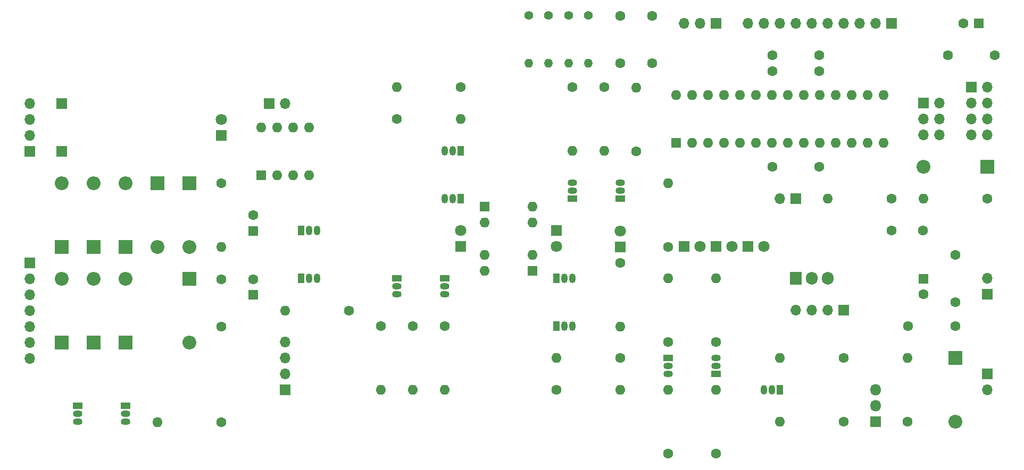
<source format=gbr>
%TF.GenerationSoftware,KiCad,Pcbnew,(7.0.0)*%
%TF.CreationDate,2023-05-24T11:09:11+02:00*%
%TF.ProjectId,Precision-Lapping-Machine,50726563-6973-4696-9f6e-2d4c61707069,rev?*%
%TF.SameCoordinates,Original*%
%TF.FileFunction,Soldermask,Bot*%
%TF.FilePolarity,Negative*%
%FSLAX46Y46*%
G04 Gerber Fmt 4.6, Leading zero omitted, Abs format (unit mm)*
G04 Created by KiCad (PCBNEW (7.0.0)) date 2023-05-24 11:09:11*
%MOMM*%
%LPD*%
G01*
G04 APERTURE LIST*
%ADD10C,1.600000*%
%ADD11O,1.600000X1.600000*%
%ADD12R,1.600000X1.600000*%
%ADD13R,1.500000X1.050000*%
%ADD14O,1.500000X1.050000*%
%ADD15R,1.700000X1.700000*%
%ADD16O,1.700000X1.700000*%
%ADD17R,1.800000X1.800000*%
%ADD18C,1.800000*%
%ADD19R,2.200000X2.200000*%
%ADD20O,2.200000X2.200000*%
%ADD21C,1.400000*%
%ADD22O,1.400000X1.400000*%
%ADD23R,1.050000X1.500000*%
%ADD24O,1.050000X1.500000*%
%ADD25O,1.800000X1.800000*%
%ADD26R,1.905000X2.000000*%
%ADD27O,1.905000X2.000000*%
G04 APERTURE END LIST*
D10*
%TO.C,R18*%
X157480000Y-91480000D03*
D11*
X157479999Y-81319999D03*
%TD*%
D10*
%TO.C,R21*%
X185420000Y-109220000D03*
D11*
X175259999Y-109219999D03*
%TD*%
D10*
%TO.C,R24*%
X149860000Y-94020000D03*
D11*
X149859999Y-104179999D03*
%TD*%
D12*
%TO.C,U2*%
X135879999Y-95254999D03*
D11*
X135879999Y-92714999D03*
X128259999Y-92714999D03*
X128259999Y-95254999D03*
%TD*%
D13*
%TO.C,Q8*%
X121919999Y-96519999D03*
D14*
X121919999Y-97789999D03*
X121919999Y-99059999D03*
%TD*%
D15*
%TO.C,J10*%
X193039999Y-55879999D03*
D16*
X190499999Y-55879999D03*
X187959999Y-55879999D03*
X185419999Y-55879999D03*
X182879999Y-55879999D03*
X180339999Y-55879999D03*
X177799999Y-55879999D03*
X175259999Y-55879999D03*
X172719999Y-55879999D03*
X170179999Y-55879999D03*
%TD*%
D15*
%TO.C,J4*%
X60959999Y-68599999D03*
%TD*%
D10*
%TO.C,C5*%
X201990000Y-60960000D03*
X209490000Y-60960000D03*
%TD*%
%TO.C,R2*%
X106680000Y-101640000D03*
D11*
X96519999Y-101639999D03*
%TD*%
D12*
%TO.C,C3*%
X91439999Y-99124887D03*
D10*
X91440000Y-96624888D03*
%TD*%
D17*
%TO.C,D14*%
X165099999Y-91439999D03*
D18*
X167640000Y-91440000D03*
%TD*%
D12*
%TO.C,J1*%
X92719999Y-80039999D03*
D11*
X95259999Y-80039999D03*
X97799999Y-80039999D03*
X100339999Y-80039999D03*
X100339999Y-72419999D03*
X97799999Y-72419999D03*
X95259999Y-72419999D03*
X92719999Y-72419999D03*
%TD*%
D10*
%TO.C,C14*%
X149860000Y-62170000D03*
X149860000Y-54670000D03*
%TD*%
D19*
%TO.C,D6*%
X81279999Y-81319999D03*
D20*
X81279999Y-91479999D03*
%TD*%
D12*
%TO.C,U1*%
X128279999Y-85084999D03*
D11*
X128279999Y-87624999D03*
X135899999Y-87624999D03*
X135899999Y-85084999D03*
%TD*%
D15*
%TO.C,J5*%
X93979999Y-68619999D03*
D16*
X96519999Y-68619999D03*
%TD*%
D15*
%TO.C,J15*%
X208279999Y-111759999D03*
D16*
X208279999Y-114299999D03*
%TD*%
D15*
%TO.C,J2*%
X60959999Y-76219999D03*
%TD*%
D21*
%TO.C,R25*%
X144780000Y-54610000D03*
D22*
X144779999Y-62229999D03*
%TD*%
D19*
%TO.C,D2*%
X66039999Y-91479999D03*
D20*
X66039999Y-81319999D03*
%TD*%
D15*
%TO.C,J12*%
X208279999Y-99059999D03*
D16*
X208279999Y-96519999D03*
%TD*%
D10*
%TO.C,R10*%
X147320000Y-66040000D03*
D11*
X147319999Y-76199999D03*
%TD*%
D15*
%TO.C,J11*%
X165099999Y-55879999D03*
D16*
X162559999Y-55879999D03*
X160019999Y-55879999D03*
%TD*%
D10*
%TO.C,R20*%
X193040000Y-83820000D03*
D11*
X182879999Y-83819999D03*
%TD*%
D10*
%TO.C,R1*%
X86360000Y-81320000D03*
D11*
X86359999Y-91479999D03*
%TD*%
D17*
%TO.C,D11*%
X124459999Y-91439999D03*
D18*
X124460000Y-88900000D03*
%TD*%
D21*
%TO.C,R26*%
X141630000Y-54610000D03*
D22*
X141629999Y-62229999D03*
%TD*%
D15*
%TO.C,J3*%
X55879999Y-76219999D03*
D16*
X55879999Y-73679999D03*
X55879999Y-71139999D03*
X55879999Y-68599999D03*
%TD*%
D23*
%TO.C,Q5*%
X124459999Y-76199999D03*
D24*
X123189999Y-76199999D03*
X121919999Y-76199999D03*
%TD*%
D10*
%TO.C,R15*%
X165100000Y-124460000D03*
D11*
X165099999Y-114299999D03*
%TD*%
D10*
%TO.C,R3*%
X86360000Y-119420000D03*
D11*
X76199999Y-119419999D03*
%TD*%
D23*
%TO.C,Q2*%
X99059999Y-96519999D03*
D24*
X100329999Y-96519999D03*
X101599999Y-96519999D03*
%TD*%
D17*
%TO.C,D7*%
X86359999Y-73699999D03*
D18*
X86360000Y-71160000D03*
%TD*%
D10*
%TO.C,C8*%
X174050000Y-60960000D03*
X181550000Y-60960000D03*
%TD*%
D19*
%TO.C,D3*%
X71119999Y-91479999D03*
D20*
X71119999Y-81319999D03*
%TD*%
D15*
%TO.C,J16*%
X205739999Y-66039999D03*
D16*
X205739999Y-68579999D03*
X205739999Y-71119999D03*
X205739999Y-73659999D03*
X208279999Y-66039999D03*
X208279999Y-68579999D03*
X208279999Y-71119999D03*
X208279999Y-73659999D03*
%TD*%
D10*
%TO.C,R9*%
X142240000Y-66040000D03*
D11*
X142239999Y-76199999D03*
%TD*%
D10*
%TO.C,R19*%
X208280000Y-83820000D03*
D11*
X198119999Y-83819999D03*
%TD*%
D13*
%TO.C,Q10*%
X149859999Y-83819999D03*
D14*
X149859999Y-82549999D03*
X149859999Y-81279999D03*
%TD*%
D10*
%TO.C,R7*%
X116840000Y-104140000D03*
D11*
X116839999Y-114299999D03*
%TD*%
D13*
%TO.C,Q13*%
X157479999Y-109219999D03*
D14*
X157479999Y-110489999D03*
X157479999Y-111759999D03*
%TD*%
D19*
%TO.C,D8*%
X60959999Y-106719999D03*
D20*
X60959999Y-96559999D03*
%TD*%
D10*
%TO.C,R12*%
X139700000Y-114300000D03*
D11*
X149859999Y-114299999D03*
%TD*%
D10*
%TO.C,C13*%
X154940000Y-62170000D03*
X154940000Y-54670000D03*
%TD*%
D19*
%TO.C,D18*%
X203199999Y-109219999D03*
D20*
X203199999Y-119379999D03*
%TD*%
D10*
%TO.C,C12*%
X198040000Y-88900000D03*
X193040000Y-88900000D03*
%TD*%
D13*
%TO.C,Q4*%
X63499999Y-116839999D03*
D14*
X63499999Y-118109999D03*
X63499999Y-119379999D03*
%TD*%
D17*
%TO.C,D12*%
X139699999Y-88899999D03*
D18*
X139700000Y-91440000D03*
%TD*%
D15*
%TO.C,J6*%
X96519999Y-114299999D03*
D16*
X96519999Y-111759999D03*
X96519999Y-109219999D03*
X96519999Y-106679999D03*
%TD*%
D17*
%TO.C,D15*%
X170179999Y-91439999D03*
D18*
X172720000Y-91440000D03*
%TD*%
D21*
%TO.C,R28*%
X135330000Y-54610000D03*
D22*
X135329999Y-62229999D03*
%TD*%
D21*
%TO.C,R27*%
X138480000Y-54610000D03*
D22*
X138479999Y-62229999D03*
%TD*%
D10*
%TO.C,R23*%
X195580000Y-119380000D03*
D11*
X195579999Y-109219999D03*
%TD*%
D12*
%TO.C,U3*%
X158759999Y-74919999D03*
D11*
X161299999Y-74919999D03*
X163839999Y-74919999D03*
X166379999Y-74919999D03*
X168919999Y-74919999D03*
X171459999Y-74919999D03*
X173999999Y-74919999D03*
X176539999Y-74919999D03*
X179079999Y-74919999D03*
X181619999Y-74919999D03*
X184159999Y-74919999D03*
X186699999Y-74919999D03*
X189239999Y-74919999D03*
X191779999Y-74919999D03*
X191779999Y-67299999D03*
X189239999Y-67299999D03*
X186699999Y-67299999D03*
X184159999Y-67299999D03*
X181619999Y-67299999D03*
X179079999Y-67299999D03*
X176539999Y-67299999D03*
X173999999Y-67299999D03*
X171459999Y-67299999D03*
X168919999Y-67299999D03*
X166379999Y-67299999D03*
X163839999Y-67299999D03*
X161299999Y-67299999D03*
X158759999Y-67299999D03*
%TD*%
D10*
%TO.C,R4*%
X124460000Y-66040000D03*
D11*
X114299999Y-66039999D03*
%TD*%
D23*
%TO.C,Q15*%
X175259999Y-114299999D03*
D24*
X173989999Y-114299999D03*
X172719999Y-114299999D03*
%TD*%
D19*
%TO.C,D9*%
X66039999Y-106719999D03*
D20*
X66039999Y-96559999D03*
%TD*%
D23*
%TO.C,Q1*%
X99059999Y-88899999D03*
D24*
X100329999Y-88899999D03*
X101599999Y-88899999D03*
%TD*%
D10*
%TO.C,R22*%
X185420000Y-119380000D03*
D11*
X175259999Y-119379999D03*
%TD*%
D17*
%TO.C,Q16*%
X190499999Y-119379999D03*
D25*
X190499999Y-116839999D03*
X190499999Y-114299999D03*
%TD*%
D10*
%TO.C,R6*%
X111760000Y-104140000D03*
D11*
X111759999Y-114299999D03*
%TD*%
D10*
%TO.C,R11*%
X152400000Y-76240000D03*
D11*
X152399999Y-66079999D03*
%TD*%
D13*
%TO.C,Q14*%
X165099999Y-111759999D03*
D14*
X165099999Y-110489999D03*
X165099999Y-109219999D03*
%TD*%
D10*
%TO.C,C2*%
X86360000Y-96680000D03*
X86360000Y-104180000D03*
%TD*%
%TO.C,R13*%
X149860000Y-109220000D03*
D11*
X139699999Y-109219999D03*
%TD*%
D13*
%TO.C,Q7*%
X114299999Y-96519999D03*
D14*
X114299999Y-97789999D03*
X114299999Y-99059999D03*
%TD*%
D23*
%TO.C,Q11*%
X139699999Y-96519999D03*
D24*
X140969999Y-96519999D03*
X142239999Y-96519999D03*
%TD*%
D10*
%TO.C,C6*%
X174050000Y-63500000D03*
X181550000Y-63500000D03*
%TD*%
D15*
%TO.C,J7*%
X198119999Y-68579999D03*
D16*
X200659999Y-68579999D03*
X198119999Y-71119999D03*
X200659999Y-71119999D03*
X198119999Y-73659999D03*
X200659999Y-73659999D03*
%TD*%
D23*
%TO.C,Q12*%
X139699999Y-104139999D03*
D24*
X140969999Y-104139999D03*
X142239999Y-104139999D03*
%TD*%
D10*
%TO.C,R16*%
X157480000Y-106680000D03*
D11*
X157479999Y-96519999D03*
%TD*%
D15*
%TO.C,J9*%
X185419999Y-101599999D03*
D16*
X182879999Y-101599999D03*
X180339999Y-101599999D03*
X177799999Y-101599999D03*
%TD*%
D13*
%TO.C,Q9*%
X142239999Y-83819999D03*
D14*
X142239999Y-82549999D03*
X142239999Y-81279999D03*
%TD*%
D10*
%TO.C,C10*%
X203200000Y-104140000D03*
X195700000Y-104140000D03*
%TD*%
D19*
%TO.C,D5*%
X81279999Y-96559999D03*
D20*
X81279999Y-106719999D03*
%TD*%
D15*
%TO.C,J14*%
X55879999Y-94019999D03*
D16*
X55879999Y-96559999D03*
X55879999Y-99099999D03*
X55879999Y-101639999D03*
X55879999Y-104179999D03*
X55879999Y-106719999D03*
X55879999Y-109259999D03*
%TD*%
D12*
%TO.C,C1*%
X91439999Y-88939999D03*
D10*
X91440000Y-86440000D03*
%TD*%
%TO.C,R5*%
X114300000Y-71120000D03*
D11*
X124459999Y-71119999D03*
%TD*%
D12*
%TO.C,C9*%
X198119999Y-96559999D03*
D10*
X198120000Y-99060000D03*
%TD*%
%TO.C,R8*%
X121920000Y-104140000D03*
D11*
X121919999Y-114299999D03*
%TD*%
D19*
%TO.C,D4*%
X76199999Y-81319999D03*
D20*
X76199999Y-91479999D03*
%TD*%
D19*
%TO.C,D1*%
X60959999Y-91479999D03*
D20*
X60959999Y-81319999D03*
%TD*%
D17*
%TO.C,D16*%
X149859999Y-91479999D03*
D18*
X149860000Y-88940000D03*
%TD*%
D17*
%TO.C,D13*%
X160019999Y-91439999D03*
D18*
X162560000Y-91440000D03*
%TD*%
D15*
%TO.C,J8*%
X177799999Y-83819999D03*
D16*
X175259999Y-83819999D03*
%TD*%
D19*
%TO.C,D10*%
X71119999Y-106719999D03*
D20*
X71119999Y-96559999D03*
%TD*%
D12*
%TO.C,C4*%
X206969999Y-55879999D03*
D10*
X204470000Y-55880000D03*
%TD*%
D13*
%TO.C,Q3*%
X71119999Y-116839999D03*
D14*
X71119999Y-118109999D03*
X71119999Y-119379999D03*
%TD*%
D10*
%TO.C,C7*%
X181550000Y-78740000D03*
X174050000Y-78740000D03*
%TD*%
D19*
%TO.C,D17*%
X208279999Y-78739999D03*
D20*
X198119999Y-78739999D03*
%TD*%
D10*
%TO.C,R14*%
X157480000Y-124460000D03*
D11*
X157479999Y-114299999D03*
%TD*%
D10*
%TO.C,R17*%
X165100000Y-106680000D03*
D11*
X165099999Y-96519999D03*
%TD*%
D10*
%TO.C,C11*%
X203200000Y-100270000D03*
X203200000Y-92770000D03*
%TD*%
D23*
%TO.C,Q6*%
X124459999Y-83819999D03*
D24*
X123189999Y-83819999D03*
X121919999Y-83819999D03*
%TD*%
D26*
%TO.C,U4*%
X177799999Y-96519999D03*
D27*
X180339999Y-96519999D03*
X182879999Y-96519999D03*
%TD*%
M02*

</source>
